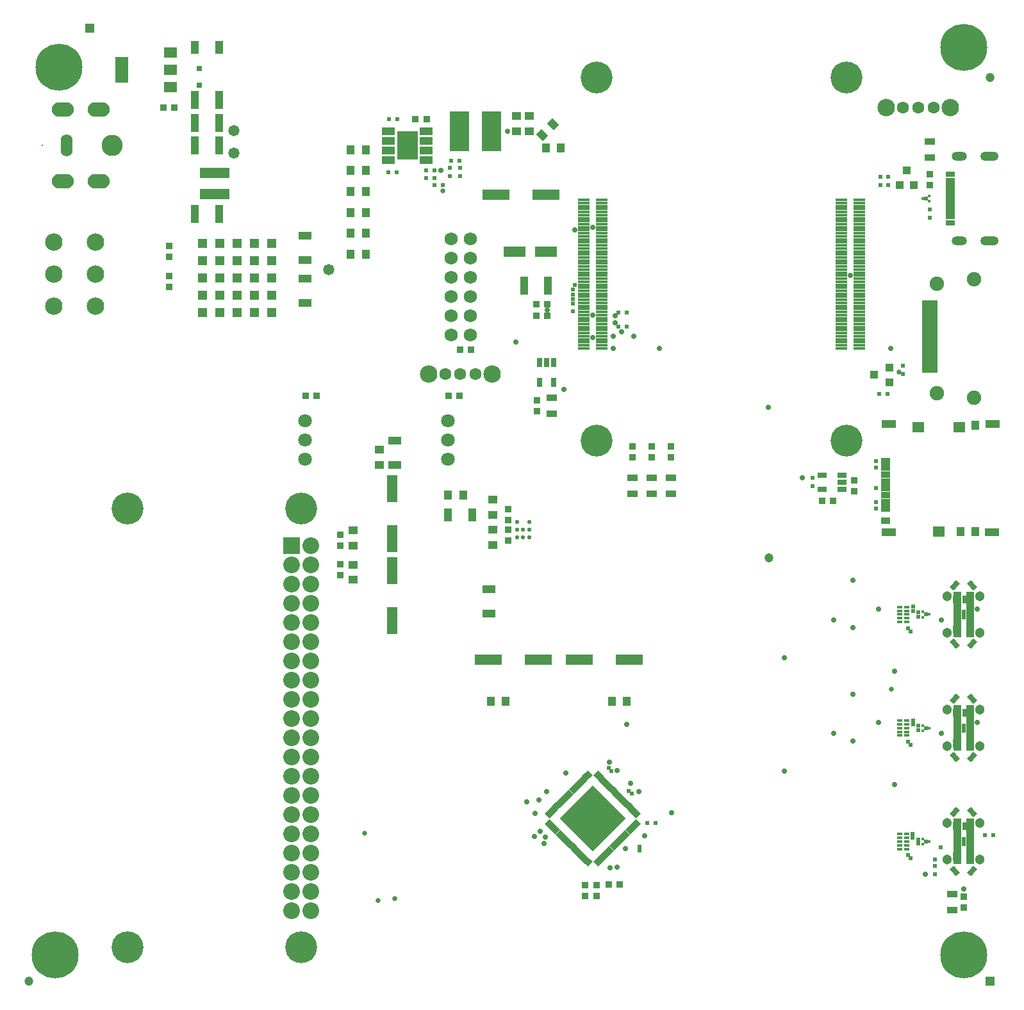
<source format=gbr>
%TF.GenerationSoftware,Altium Limited,Altium Designer,22.1.2 (22)*%
G04 Layer_Color=8388736*
%FSLAX26Y26*%
%MOIN*%
%TF.SameCoordinates,747B8C89-0A35-4E4D-912B-25F4ADAE1177*%
%TF.FilePolarity,Negative*%
%TF.FileFunction,Soldermask,Top*%
%TF.Part,Single*%
G01*
G75*
%TA.AperFunction,SMDPad,CuDef*%
%ADD13R,0.023622X0.023622*%
%ADD14R,0.035433X0.033465*%
%ADD15R,0.033465X0.035433*%
%ADD16R,0.023622X0.023622*%
%ADD32R,0.070866X0.039370*%
%ADD33R,0.039370X0.070866*%
%ADD34R,0.055118X0.035433*%
%ADD48R,0.043307X0.094488*%
%ADD51R,0.049213X0.039370*%
%ADD53R,0.039370X0.049213*%
G04:AMPARAMS|DCode=54|XSize=39.37mil|YSize=49.213mil|CornerRadius=0mil|HoleSize=0mil|Usage=FLASHONLY|Rotation=45.000|XOffset=0mil|YOffset=0mil|HoleType=Round|Shape=Rectangle|*
%AMROTATEDRECTD54*
4,1,4,0.003480,-0.031319,-0.031319,0.003480,-0.003480,0.031319,0.031319,-0.003480,0.003480,-0.031319,0.0*
%
%ADD54ROTATEDRECTD54*%

%TA.AperFunction,FiducialPad,Global*%
%ADD108C,0.047370*%
%ADD109R,0.047370X0.047370*%
%TA.AperFunction,ComponentPad*%
%ADD110C,0.063118*%
%ADD111C,0.090677*%
%ADD112C,0.165480*%
%ADD113R,0.086740X0.086740*%
%ADD114C,0.086740*%
%ADD115C,0.068000*%
%ADD116O,0.114299X0.074929*%
%ADD117C,0.008000*%
%ADD118O,0.063118X0.114299*%
%ADD119C,0.110362*%
%ADD120C,0.070992*%
%ADD121C,0.244220*%
%ADD122C,0.074929*%
%ADD123O,0.078866X0.047370*%
%ADD124O,0.094614X0.047370*%
%ADD125C,0.051307*%
%TA.AperFunction,ViaPad*%
%ADD126C,0.025716*%
%ADD127C,0.047370*%
%ADD128C,0.035559*%
%ADD129C,0.023748*%
%ADD130C,0.027685*%
%ADD131C,0.058000*%
%TA.AperFunction,SMDPad,CuDef*%
%ADD145R,0.039496X0.043433*%
%ADD146R,0.070992X0.137921*%
%ADD147R,0.070992X0.055244*%
%ADD148R,0.060236X0.011811*%
%ADD149R,0.100520X0.208787*%
%ADD150R,0.153669X0.055244*%
%ADD151R,0.051307X0.031622*%
%ADD152R,0.031622X0.051307*%
%ADD153R,0.043433X0.039496*%
%ADD154P,0.345380X4X270.0*%
G04:AMPARAMS|DCode=155|XSize=19.024mil|YSize=35.165mil|CornerRadius=0mil|HoleSize=0mil|Usage=FLASHONLY|Rotation=315.000|XOffset=0mil|YOffset=0mil|HoleType=Round|Shape=Rectangle|*
%AMROTATEDRECTD155*
4,1,4,-0.019159,-0.005707,0.005707,0.019159,0.019159,0.005707,-0.005707,-0.019159,-0.019159,-0.005707,0.0*
%
%ADD155ROTATEDRECTD155*%

G04:AMPARAMS|DCode=156|XSize=19.024mil|YSize=35.165mil|CornerRadius=0mil|HoleSize=0mil|Usage=FLASHONLY|Rotation=45.000|XOffset=0mil|YOffset=0mil|HoleType=Round|Shape=Rectangle|*
%AMROTATEDRECTD156*
4,1,4,0.005707,-0.019159,-0.019159,0.005707,-0.005707,0.019159,0.019159,-0.005707,0.005707,-0.019159,0.0*
%
%ADD156ROTATEDRECTD156*%

%TA.AperFunction,BGAPad,CuDef*%
%ADD157C,0.021779*%
%TA.AperFunction,SMDPad,CuDef*%
%ADD158R,0.067055X0.039496*%
%ADD159R,0.110362X0.145795*%
%TA.AperFunction,BGAPad,CuDef*%
%ADD160R,0.049732X0.049732*%
%TA.AperFunction,SMDPad,CuDef*%
%ADD161R,0.015748X0.015748*%
%ADD162R,0.026701X0.015874*%
%ADD163R,0.025716X0.031228*%
%ADD164R,0.063118X0.052488*%
%ADD165R,0.041465X0.047370*%
%ADD166R,0.074929X0.043433*%
%ADD167R,0.047370X0.033591*%
%ADD168R,0.082803X0.019811*%
%TA.AperFunction,ConnectorPad*%
%ADD169R,0.051307X0.019811*%
%ADD170R,0.051307X0.031622*%
%TA.AperFunction,SMDPad,CuDef*%
%ADD171R,0.041465X0.019811*%
G04:AMPARAMS|DCode=172|XSize=27.685mil|YSize=48.551mil|CornerRadius=0mil|HoleSize=0mil|Usage=FLASHONLY|Rotation=220.000|XOffset=0mil|YOffset=0mil|HoleType=Round|Shape=Rectangle|*
%AMROTATEDRECTD172*
4,1,4,-0.005000,0.027494,0.026208,-0.009698,0.005000,-0.027494,-0.026208,0.009698,-0.005000,0.027494,0.0*
%
%ADD172ROTATEDRECTD172*%

G04:AMPARAMS|DCode=173|XSize=27.685mil|YSize=48.551mil|CornerRadius=0mil|HoleSize=0mil|Usage=FLASHONLY|Rotation=320.000|XOffset=0mil|YOffset=0mil|HoleType=Round|Shape=Rectangle|*
%AMROTATEDRECTD173*
4,1,4,-0.026208,-0.009698,0.005000,0.027494,0.026208,0.009698,-0.005000,-0.027494,-0.026208,-0.009698,0.0*
%
%ADD173ROTATEDRECTD173*%

%ADD174R,0.118236X0.055244*%
%ADD175R,0.141858X0.055244*%
%ADD176R,0.055244X0.141858*%
D13*
X5511811Y5230315D02*
D03*
Y5187008D02*
D03*
X5472441D02*
D03*
Y5230315D02*
D03*
X5728346Y5017717D02*
D03*
Y5061024D02*
D03*
X5118110Y3620079D02*
D03*
Y3663386D02*
D03*
X5755905Y1643701D02*
D03*
Y1600394D02*
D03*
X5589370Y4246654D02*
D03*
Y4203346D02*
D03*
X3287402Y5277559D02*
D03*
Y5234252D02*
D03*
X3232284Y5277559D02*
D03*
Y5234252D02*
D03*
D14*
X5728346Y5187992D02*
D03*
Y5245079D02*
D03*
X4382480Y3827756D02*
D03*
Y3770669D02*
D03*
X4282480Y3827756D02*
D03*
Y3770669D02*
D03*
X3686220Y4067323D02*
D03*
Y4010236D02*
D03*
X4182480Y3770669D02*
D03*
Y3827756D02*
D03*
X3937008Y1487205D02*
D03*
Y1544291D02*
D03*
X3996063D02*
D03*
Y1487205D02*
D03*
X5905512Y1485236D02*
D03*
Y1428150D02*
D03*
X1771653Y4656496D02*
D03*
Y4713583D02*
D03*
Y4813976D02*
D03*
Y4871063D02*
D03*
X5334646Y3593504D02*
D03*
Y3650590D02*
D03*
X2661417Y3213583D02*
D03*
Y3156496D02*
D03*
Y3310039D02*
D03*
Y3367126D02*
D03*
X3535433Y3443898D02*
D03*
Y3500984D02*
D03*
Y3393701D02*
D03*
Y3336614D02*
D03*
D15*
X3286417Y4330709D02*
D03*
X3343504D02*
D03*
X4058071Y1547244D02*
D03*
X4115158D02*
D03*
X3054134Y5531496D02*
D03*
X3111220D02*
D03*
X1743110Y5590551D02*
D03*
X1800197D02*
D03*
X5168307Y3543307D02*
D03*
X5225394D02*
D03*
X3739173Y4507874D02*
D03*
X3682087D02*
D03*
X3739173Y4566929D02*
D03*
X3682087D02*
D03*
X3227362Y4090551D02*
D03*
X3284449D02*
D03*
X2483268D02*
D03*
X2540354D02*
D03*
D16*
X4154134Y4450000D02*
D03*
X4110827D02*
D03*
X4154134Y4525000D02*
D03*
X4110827D02*
D03*
X4301181Y1866142D02*
D03*
X4257874D02*
D03*
X6017717Y1803150D02*
D03*
X6061024D02*
D03*
X3151575Y5224409D02*
D03*
X3108268D02*
D03*
X3281496Y5314961D02*
D03*
X3238189D02*
D03*
X3108268Y5263779D02*
D03*
X3151575D02*
D03*
X5511024Y4100000D02*
D03*
X5467717D02*
D03*
X2911417Y5255905D02*
D03*
X2954724D02*
D03*
X3194882Y5188976D02*
D03*
X3151575D02*
D03*
X2958661Y5531496D02*
D03*
X2915354D02*
D03*
D32*
X3435039Y2958661D02*
D03*
Y3084646D02*
D03*
X2944882Y3858268D02*
D03*
Y3732284D02*
D03*
X2480315Y4799213D02*
D03*
Y4925197D02*
D03*
X2480315Y4700787D02*
D03*
Y4574803D02*
D03*
D33*
X3350394Y3472441D02*
D03*
X3224410D02*
D03*
X2031496Y5905512D02*
D03*
X1905512D02*
D03*
D34*
X5728346Y5415354D02*
D03*
Y5332677D02*
D03*
X4382480Y3580709D02*
D03*
Y3663386D02*
D03*
X4282480Y3580709D02*
D03*
Y3663386D02*
D03*
X3761220Y4080118D02*
D03*
Y3997441D02*
D03*
X4182480Y3580709D02*
D03*
Y3663386D02*
D03*
X5846457Y1498032D02*
D03*
Y1415354D02*
D03*
D48*
X3744095Y4665354D02*
D03*
X3618110D02*
D03*
X2031496Y5039370D02*
D03*
X1905512D02*
D03*
X2031496Y5393701D02*
D03*
X1905512D02*
D03*
X2031496Y5511811D02*
D03*
X1905512D02*
D03*
X2031496Y5629921D02*
D03*
X1905512D02*
D03*
D51*
X2728347Y3212598D02*
D03*
Y3133858D02*
D03*
X2728346Y3311023D02*
D03*
Y3389764D02*
D03*
X3645669Y5468504D02*
D03*
Y5547244D02*
D03*
X3578740Y5468504D02*
D03*
Y5547244D02*
D03*
X3456693Y3472441D02*
D03*
Y3551181D02*
D03*
Y3393701D02*
D03*
Y3314961D02*
D03*
X2866142Y3732283D02*
D03*
Y3811024D02*
D03*
D53*
X3444882Y2500000D02*
D03*
X3523622D02*
D03*
X4153543D02*
D03*
X4074803D02*
D03*
X2795276Y5370065D02*
D03*
X2716535D02*
D03*
X2795276Y5263766D02*
D03*
X2716535D02*
D03*
X2795276Y5153530D02*
D03*
X2716535D02*
D03*
X2795276Y5043294D02*
D03*
X2716535D02*
D03*
X2795276Y4936995D02*
D03*
X2716535D02*
D03*
X2795276Y4826759D02*
D03*
X2716535D02*
D03*
X3732283Y5381890D02*
D03*
X3811024D02*
D03*
X3224409Y3574803D02*
D03*
X3303150D02*
D03*
D54*
X3712319Y5448539D02*
D03*
X3767996Y5504217D02*
D03*
D108*
X6043307Y5748032D02*
D03*
X1043307Y1043307D02*
D03*
D109*
X1358268Y6003937D02*
D03*
X6043307Y1043307D02*
D03*
D110*
X5748032Y5590551D02*
D03*
X5669291D02*
D03*
X5590551D02*
D03*
X3208661Y4204724D02*
D03*
X3287402D02*
D03*
X3366142D02*
D03*
D111*
X5503937Y5590551D02*
D03*
X5834646D02*
D03*
X3452756Y4204724D02*
D03*
X3122047D02*
D03*
X1171260Y4559055D02*
D03*
Y4724409D02*
D03*
Y4889764D02*
D03*
X1387795Y4559055D02*
D03*
Y4724409D02*
D03*
Y4889764D02*
D03*
D112*
X5295276Y5748032D02*
D03*
X3996063D02*
D03*
X5295276Y3858268D02*
D03*
X3996063D02*
D03*
X2460630Y3503937D02*
D03*
X1555118Y1220472D02*
D03*
X2460630D02*
D03*
X1555118Y3503937D02*
D03*
D113*
X2410866Y3312205D02*
D03*
D114*
X2510866D02*
D03*
X2410866Y3212205D02*
D03*
X2510866D02*
D03*
X2410866Y3112205D02*
D03*
X2510866D02*
D03*
X2410866Y3012205D02*
D03*
X2510866D02*
D03*
X2410866Y2912205D02*
D03*
X2510866D02*
D03*
X2410866Y2812205D02*
D03*
X2510866D02*
D03*
X2410866Y2712205D02*
D03*
X2510866D02*
D03*
X2410866Y2612205D02*
D03*
X2510866D02*
D03*
X2410866Y2512205D02*
D03*
X2510866D02*
D03*
X2410866Y2412205D02*
D03*
X2510866D02*
D03*
X2410866Y2312205D02*
D03*
X2510866D02*
D03*
X2410866Y2212205D02*
D03*
X2510866D02*
D03*
X2410866Y2112205D02*
D03*
X2510866D02*
D03*
X2410866Y2012205D02*
D03*
X2510866D02*
D03*
X2410866Y1912205D02*
D03*
X2510866D02*
D03*
X2410866Y1812205D02*
D03*
X2510866D02*
D03*
X2410866Y1712205D02*
D03*
X2510866D02*
D03*
X2410866Y1612205D02*
D03*
X2510866D02*
D03*
X2410866Y1512205D02*
D03*
X2510866D02*
D03*
X2410866Y1412205D02*
D03*
X2510866D02*
D03*
D115*
X3239961Y4406299D02*
D03*
X3339961D02*
D03*
X3239961Y4506299D02*
D03*
X3339961D02*
D03*
X3239961Y4606299D02*
D03*
X3339961D02*
D03*
X3239961Y4706299D02*
D03*
X3339961D02*
D03*
Y4906299D02*
D03*
X3239961D02*
D03*
Y4806299D02*
D03*
X3339961D02*
D03*
D116*
X1220472Y5206693D02*
D03*
Y5580709D02*
D03*
X1405512D02*
D03*
Y5206693D02*
D03*
D117*
X1112205Y5393701D02*
D03*
D118*
X1240158D02*
D03*
D119*
X1476378D02*
D03*
D120*
X3224409Y3762205D02*
D03*
Y3862205D02*
D03*
Y3962205D02*
D03*
X2480315Y3762205D02*
D03*
Y3862205D02*
D03*
Y3962205D02*
D03*
D121*
X5905512Y5905512D02*
D03*
Y1181102D02*
D03*
X1200000Y5800000D02*
D03*
X1181102Y1181102D02*
D03*
D122*
X5767717Y4675197D02*
D03*
X5960630Y4698819D02*
D03*
X5767717Y4104331D02*
D03*
X5960630Y4080709D02*
D03*
D123*
X5881890Y5339370D02*
D03*
Y4896850D02*
D03*
D124*
X6039370Y5339370D02*
D03*
Y4896850D02*
D03*
D125*
X5990158Y2858268D02*
D03*
Y3047244D02*
D03*
X5820866D02*
D03*
Y2858268D02*
D03*
X5990158Y2267716D02*
D03*
Y2456693D02*
D03*
X5820866D02*
D03*
Y2267716D02*
D03*
X5990158Y1677165D02*
D03*
Y1866142D02*
D03*
X5820866D02*
D03*
Y1677165D02*
D03*
D126*
X5531000Y2563000D02*
D03*
X5568000Y4213000D02*
D03*
X3195000Y5158000D02*
D03*
X2859000Y1466000D02*
D03*
X2790000Y1815000D02*
D03*
X2946000Y1474000D02*
D03*
D127*
X4893000Y3247000D02*
D03*
D128*
X3920700Y1973280D02*
D03*
X3948539Y2001119D02*
D03*
X3976378Y2028958D02*
D03*
X4004217Y2001119D02*
D03*
X3976378Y1973280D02*
D03*
X3948539Y1945441D02*
D03*
X4115572Y1889764D02*
D03*
X4087733Y1861925D02*
D03*
X4059894Y1834086D02*
D03*
X4087733Y1917603D02*
D03*
X4059894Y1889764D02*
D03*
X4032056Y1861925D02*
D03*
X4059894Y1945441D02*
D03*
X4032056Y1917603D02*
D03*
X4004217Y1889764D02*
D03*
X4032056Y1973280D02*
D03*
X4004217Y1945441D02*
D03*
X3976378Y1917603D02*
D03*
X4032056Y1806247D02*
D03*
X4004217Y1778408D02*
D03*
X3976378Y1750570D02*
D03*
X3948539Y1778408D02*
D03*
X3976378Y1806247D02*
D03*
X4004217Y1834086D02*
D03*
X3837184Y1889764D02*
D03*
X3865023Y1917603D02*
D03*
X3892861Y1945441D02*
D03*
X3865023Y1861925D02*
D03*
X3892861Y1889764D02*
D03*
X3920700Y1917603D02*
D03*
X3892861Y1834086D02*
D03*
X3920700Y1861925D02*
D03*
X3948539Y1889764D02*
D03*
X3920700Y1806247D02*
D03*
X3948539Y1834086D02*
D03*
X3976378Y1861925D02*
D03*
D129*
X5860236Y2884252D02*
D03*
Y2863583D02*
D03*
X4162939Y2035992D02*
D03*
X4178220Y2020850D02*
D03*
X3872000Y4596000D02*
D03*
X3873000Y4619000D02*
D03*
X5943558Y1703937D02*
D03*
Y1682205D02*
D03*
X5860236Y2293898D02*
D03*
Y2272441D02*
D03*
X5908331Y3020866D02*
D03*
Y3041732D02*
D03*
Y2430709D02*
D03*
Y2451575D02*
D03*
Y1860827D02*
D03*
Y1839961D02*
D03*
X5860236Y1682205D02*
D03*
Y1703937D02*
D03*
X5863000Y1761024D02*
D03*
Y1782614D02*
D03*
X5930000Y1761614D02*
D03*
Y1782480D02*
D03*
X5863000Y2352165D02*
D03*
Y2373032D02*
D03*
X5930000Y2352165D02*
D03*
Y2373032D02*
D03*
Y2964488D02*
D03*
Y2943780D02*
D03*
X5863000Y2964488D02*
D03*
Y2943780D02*
D03*
X3871877Y4644486D02*
D03*
X3873648Y4569883D02*
D03*
X3871458Y4531705D02*
D03*
X5642204Y2381299D02*
D03*
Y2402165D02*
D03*
X5629331Y1684646D02*
D03*
X5614724Y1699803D02*
D03*
X5629252Y2275276D02*
D03*
X5614803Y2290276D02*
D03*
X5668678Y1760630D02*
D03*
Y1782677D02*
D03*
Y2351968D02*
D03*
Y2372835D02*
D03*
X5860236Y1839961D02*
D03*
Y1860827D02*
D03*
Y2430709D02*
D03*
Y2451575D02*
D03*
X5943558Y2293898D02*
D03*
Y2272441D02*
D03*
X5640000Y1789764D02*
D03*
X5640986Y1812205D02*
D03*
X4220472Y1744685D02*
D03*
Y1724016D02*
D03*
X5668678Y2962795D02*
D03*
Y2941929D02*
D03*
X4072323Y2138307D02*
D03*
X4058780Y2154016D02*
D03*
X5943558Y2863583D02*
D03*
Y2884252D02*
D03*
X5860236Y3041732D02*
D03*
Y3020866D02*
D03*
X5614724Y2880905D02*
D03*
X5629331Y2865748D02*
D03*
X5642204Y2993110D02*
D03*
Y2972244D02*
D03*
X5755905Y1677165D02*
D03*
X5787402Y1740158D02*
D03*
X3881890Y4669291D02*
D03*
X5448819Y3751968D02*
D03*
Y3716535D02*
D03*
Y3610236D02*
D03*
Y3539370D02*
D03*
Y3503937D02*
D03*
X5708661Y1771653D02*
D03*
Y2952756D02*
D03*
Y2362205D02*
D03*
Y5118110D02*
D03*
X5905512Y1771653D02*
D03*
Y1757874D02*
D03*
Y1785433D02*
D03*
Y2952756D02*
D03*
Y2938976D02*
D03*
Y2966535D02*
D03*
Y2375984D02*
D03*
Y2348425D02*
D03*
Y2362205D02*
D03*
D130*
X3672000Y1798000D02*
D03*
X4246000Y1801000D02*
D03*
X5231000Y2923551D02*
D03*
Y2333000D02*
D03*
X3531496Y5468504D02*
D03*
X3185039Y5263779D02*
D03*
X3701772Y1822835D02*
D03*
X5314961Y4716535D02*
D03*
X5527559Y4338583D02*
D03*
X5905512Y1523622D02*
D03*
X5704724Y1602362D02*
D03*
X5066929Y3665354D02*
D03*
X4889764Y4031496D02*
D03*
X3881890Y4952756D02*
D03*
X3739173Y4537402D02*
D03*
X3574803Y4370079D02*
D03*
X4127134Y4423000D02*
D03*
X3826772Y4125984D02*
D03*
X3976378Y4393701D02*
D03*
X4385827Y1921260D02*
D03*
X5330709Y2295276D02*
D03*
Y2885827D02*
D03*
Y3129921D02*
D03*
Y2539370D02*
D03*
X5547244Y2066929D02*
D03*
X4972441Y2137795D02*
D03*
Y2728347D02*
D03*
X5547244Y2657480D02*
D03*
X4082677Y4338583D02*
D03*
X4322835D02*
D03*
X4082677Y4401575D02*
D03*
X4188976D02*
D03*
X4153543Y2381890D02*
D03*
X3631890Y1978347D02*
D03*
X3677165Y1917323D02*
D03*
X3728347Y1795276D02*
D03*
X3724078Y1762205D02*
D03*
X4066929Y1632953D02*
D03*
X4146000Y1734000D02*
D03*
X3834900Y2128144D02*
D03*
X3737464Y2030708D02*
D03*
X3695706Y1988950D02*
D03*
X4103936Y1637464D02*
D03*
X4214758Y2031242D02*
D03*
X4061645Y2184355D02*
D03*
X4103403Y2142597D02*
D03*
X4173000Y2073000D02*
D03*
X5788000Y2924102D02*
D03*
X5975000Y2982102D02*
D03*
X5464000Y2982551D02*
D03*
Y2392000D02*
D03*
X4092056Y4506229D02*
D03*
X4091413Y4469413D02*
D03*
X3977000Y4512000D02*
D03*
X3976000Y4968000D02*
D03*
X5975000Y2391551D02*
D03*
X5788000Y2333551D02*
D03*
D131*
X2602000Y4749000D02*
D03*
X2110236Y5472441D02*
D03*
Y5354331D02*
D03*
D145*
X5572835Y5187008D02*
D03*
X5647638D02*
D03*
X5610236Y5265748D02*
D03*
D146*
X1527559Y5787402D02*
D03*
D147*
X1779528Y5877953D02*
D03*
Y5787402D02*
D03*
Y5696850D02*
D03*
D148*
X5268110Y4716535D02*
D03*
Y4700788D02*
D03*
Y4685039D02*
D03*
Y4669291D02*
D03*
Y4653543D02*
D03*
Y4637795D02*
D03*
Y4622047D02*
D03*
Y4606299D02*
D03*
Y4590551D02*
D03*
Y4574803D02*
D03*
Y4559055D02*
D03*
Y4543307D02*
D03*
Y4527559D02*
D03*
Y4511811D02*
D03*
Y4496063D02*
D03*
Y4480315D02*
D03*
Y4464567D02*
D03*
Y4448819D02*
D03*
Y4433071D02*
D03*
Y4417323D02*
D03*
Y4401575D02*
D03*
Y4385827D02*
D03*
Y4370079D02*
D03*
Y4354331D02*
D03*
Y4338583D02*
D03*
Y5110236D02*
D03*
Y5094488D02*
D03*
Y5078740D02*
D03*
Y5062992D02*
D03*
Y5047244D02*
D03*
Y5031496D02*
D03*
Y5015748D02*
D03*
Y5000000D02*
D03*
Y4984252D02*
D03*
Y4968504D02*
D03*
Y4952756D02*
D03*
Y4937008D02*
D03*
Y4921260D02*
D03*
Y4905512D02*
D03*
Y4889764D02*
D03*
Y4874016D02*
D03*
Y4858268D02*
D03*
Y4842520D02*
D03*
Y4826772D02*
D03*
Y4811024D02*
D03*
Y4795276D02*
D03*
Y4779528D02*
D03*
Y4763780D02*
D03*
Y4748032D02*
D03*
Y4732283D02*
D03*
X5361811Y4716535D02*
D03*
Y4700788D02*
D03*
Y4685039D02*
D03*
Y4669291D02*
D03*
Y4653543D02*
D03*
Y4637795D02*
D03*
Y4622047D02*
D03*
Y4606299D02*
D03*
Y4590551D02*
D03*
Y4574803D02*
D03*
Y4559055D02*
D03*
Y4543307D02*
D03*
Y4527559D02*
D03*
Y4511811D02*
D03*
Y4496063D02*
D03*
Y4480315D02*
D03*
Y4464567D02*
D03*
Y4448819D02*
D03*
Y4433071D02*
D03*
Y4417323D02*
D03*
Y4401575D02*
D03*
Y4385827D02*
D03*
Y4370079D02*
D03*
Y4354331D02*
D03*
Y4338583D02*
D03*
Y5110236D02*
D03*
Y5094488D02*
D03*
Y5078740D02*
D03*
Y5062992D02*
D03*
Y5047244D02*
D03*
Y5031496D02*
D03*
Y5015748D02*
D03*
Y5000000D02*
D03*
Y4984252D02*
D03*
Y4968504D02*
D03*
Y4952756D02*
D03*
Y4937008D02*
D03*
Y4921260D02*
D03*
Y4905512D02*
D03*
Y4889764D02*
D03*
Y4874016D02*
D03*
Y4858268D02*
D03*
Y4842520D02*
D03*
Y4826772D02*
D03*
Y4811024D02*
D03*
Y4795276D02*
D03*
Y4779528D02*
D03*
Y4763780D02*
D03*
Y4748032D02*
D03*
Y4732283D02*
D03*
X4023228D02*
D03*
Y4748032D02*
D03*
Y4763780D02*
D03*
Y4779528D02*
D03*
Y4795276D02*
D03*
Y4811024D02*
D03*
Y4826772D02*
D03*
Y4842520D02*
D03*
Y4858268D02*
D03*
Y4874016D02*
D03*
Y4889764D02*
D03*
Y4905512D02*
D03*
Y4921260D02*
D03*
Y4937008D02*
D03*
Y4952756D02*
D03*
Y4968504D02*
D03*
Y4984252D02*
D03*
Y5000000D02*
D03*
Y5015748D02*
D03*
Y5031496D02*
D03*
Y5047244D02*
D03*
Y5062992D02*
D03*
Y5078740D02*
D03*
Y5094488D02*
D03*
Y5110236D02*
D03*
Y4338583D02*
D03*
Y4354331D02*
D03*
Y4370079D02*
D03*
Y4385827D02*
D03*
Y4401575D02*
D03*
Y4417323D02*
D03*
Y4433071D02*
D03*
Y4448819D02*
D03*
Y4464567D02*
D03*
Y4480315D02*
D03*
Y4496063D02*
D03*
Y4511811D02*
D03*
Y4527559D02*
D03*
Y4543307D02*
D03*
Y4559055D02*
D03*
Y4574803D02*
D03*
Y4590551D02*
D03*
Y4606299D02*
D03*
Y4622047D02*
D03*
Y4637795D02*
D03*
Y4653543D02*
D03*
Y4669291D02*
D03*
Y4685039D02*
D03*
Y4700788D02*
D03*
Y4716535D02*
D03*
X3929528Y4732283D02*
D03*
Y4748032D02*
D03*
Y4763780D02*
D03*
Y4779528D02*
D03*
Y4795276D02*
D03*
Y4811024D02*
D03*
Y4826772D02*
D03*
Y4842520D02*
D03*
Y4858268D02*
D03*
Y4874016D02*
D03*
Y4889764D02*
D03*
Y4905512D02*
D03*
Y4921260D02*
D03*
Y4937008D02*
D03*
Y4952756D02*
D03*
Y4968504D02*
D03*
Y4984252D02*
D03*
Y5000000D02*
D03*
Y5015748D02*
D03*
Y5031496D02*
D03*
Y5047244D02*
D03*
Y5062992D02*
D03*
Y5078740D02*
D03*
Y5094488D02*
D03*
Y5110236D02*
D03*
Y4338583D02*
D03*
Y4354331D02*
D03*
Y4370079D02*
D03*
Y4385827D02*
D03*
Y4401575D02*
D03*
Y4417323D02*
D03*
Y4433071D02*
D03*
Y4448819D02*
D03*
Y4464567D02*
D03*
Y4480315D02*
D03*
Y4496063D02*
D03*
Y4511811D02*
D03*
Y4527559D02*
D03*
Y4543307D02*
D03*
Y4559055D02*
D03*
Y4574803D02*
D03*
Y4590551D02*
D03*
Y4606299D02*
D03*
Y4622047D02*
D03*
Y4637795D02*
D03*
Y4653543D02*
D03*
Y4669291D02*
D03*
Y4685039D02*
D03*
Y4700788D02*
D03*
Y4716535D02*
D03*
D149*
X3284449Y5468504D02*
D03*
X3447835D02*
D03*
D150*
X2007874Y5251968D02*
D03*
Y5141732D02*
D03*
D151*
X5271654Y3679134D02*
D03*
Y3641732D02*
D03*
X5169291Y3604331D02*
D03*
Y3679134D02*
D03*
X5271654Y3604331D02*
D03*
D152*
X3698819Y4264961D02*
D03*
X3736220D02*
D03*
X3773622Y4162598D02*
D03*
X3698819D02*
D03*
X3773622Y4264961D02*
D03*
D153*
X5518110Y4162598D02*
D03*
Y4237402D02*
D03*
X5439370Y4200000D02*
D03*
D154*
X3976378Y1889764D02*
D03*
D155*
X4109309Y2008775D02*
D03*
X4123228Y1994855D02*
D03*
X4137147Y1980936D02*
D03*
X4151067Y1967017D02*
D03*
X4164986Y1953097D02*
D03*
X4178906Y1939178D02*
D03*
X4192825Y1925258D02*
D03*
X4206744Y1911339D02*
D03*
X4095389Y2022694D02*
D03*
X4081470Y2036614D02*
D03*
X4067550Y2050533D02*
D03*
X4053631Y2064453D02*
D03*
X4039711Y2078372D02*
D03*
X4025792Y2092291D02*
D03*
X4011872Y2106211D02*
D03*
X3997953Y2120130D02*
D03*
X3843448Y1770753D02*
D03*
X3829528Y1784672D02*
D03*
X3815609Y1798592D02*
D03*
X3801689Y1812511D02*
D03*
X3787770Y1826430D02*
D03*
X3773850Y1840350D02*
D03*
X3759931Y1854269D02*
D03*
X3746012Y1868189D02*
D03*
X3857367Y1756833D02*
D03*
X3871286Y1742914D02*
D03*
X3885206Y1728994D02*
D03*
X3899125Y1715075D02*
D03*
X3913045Y1701156D02*
D03*
X3926964Y1687236D02*
D03*
X3940883Y1673317D02*
D03*
X3954803Y1659397D02*
D03*
D156*
X3857367Y2022694D02*
D03*
X3871286Y2036614D02*
D03*
X3885206Y2050533D02*
D03*
X3899125Y2064453D02*
D03*
X3913045Y2078372D02*
D03*
X3926964Y2092291D02*
D03*
X3940883Y2106211D02*
D03*
X3954803Y2120130D02*
D03*
X3843448Y2008775D02*
D03*
X3829528Y1994855D02*
D03*
X3815609Y1980936D02*
D03*
X3801689Y1967017D02*
D03*
X3787770Y1953097D02*
D03*
X3773850Y1939178D02*
D03*
X3759931Y1925258D02*
D03*
X3746012Y1911339D02*
D03*
X4095389Y1756833D02*
D03*
X4081470Y1742914D02*
D03*
X4067550Y1728994D02*
D03*
X4053631Y1715075D02*
D03*
X4039711Y1701156D02*
D03*
X4025792Y1687236D02*
D03*
X4011872Y1673317D02*
D03*
X3997953Y1659397D02*
D03*
X4109309Y1770753D02*
D03*
X4123228Y1784672D02*
D03*
X4137147Y1798592D02*
D03*
X4151067Y1812511D02*
D03*
X4164986Y1826430D02*
D03*
X4178906Y1840350D02*
D03*
X4192825Y1854269D02*
D03*
X4206744Y1868189D02*
D03*
D157*
X3645669Y3433071D02*
D03*
Y3393701D02*
D03*
Y3354331D02*
D03*
X3582677Y3433071D02*
D03*
Y3393701D02*
D03*
Y3354331D02*
D03*
X3614173D02*
D03*
Y3393701D02*
D03*
D158*
X3110236Y5468701D02*
D03*
Y5418701D02*
D03*
Y5318701D02*
D03*
Y5368701D02*
D03*
X2913386D02*
D03*
Y5318701D02*
D03*
Y5418701D02*
D03*
Y5468701D02*
D03*
D159*
X3011811Y5393701D02*
D03*
D160*
X2216142Y4524409D02*
D03*
X2306299D02*
D03*
X1945669D02*
D03*
X2035827D02*
D03*
X2125984D02*
D03*
X2216142Y4614567D02*
D03*
X2306299D02*
D03*
X1945669D02*
D03*
X2035827D02*
D03*
X2125984D02*
D03*
Y4704724D02*
D03*
X2035827D02*
D03*
X1945669D02*
D03*
X2306299D02*
D03*
X2216142D02*
D03*
X2125984Y4794882D02*
D03*
X2035827D02*
D03*
X1945669D02*
D03*
X2306299D02*
D03*
X2216142D02*
D03*
X2125984Y4885039D02*
D03*
X2035827D02*
D03*
X1945669D02*
D03*
X2306299D02*
D03*
X2216142D02*
D03*
D161*
X5725394Y5104331D02*
D03*
Y5131890D02*
D03*
X5691929Y5118110D02*
D03*
Y2966535D02*
D03*
Y2938976D02*
D03*
X5725394Y2952756D02*
D03*
X5691929Y2375984D02*
D03*
Y2348425D02*
D03*
X5725394Y2362205D02*
D03*
X5691929Y1785433D02*
D03*
Y1757874D02*
D03*
X5725394Y1771653D02*
D03*
D162*
X5609252Y2913386D02*
D03*
Y2933071D02*
D03*
Y2952756D02*
D03*
Y2972441D02*
D03*
Y2992126D02*
D03*
X5571850D02*
D03*
Y2972441D02*
D03*
Y2952756D02*
D03*
Y2933071D02*
D03*
Y2913386D02*
D03*
X5609252Y2322835D02*
D03*
Y2342520D02*
D03*
Y2362205D02*
D03*
Y2381890D02*
D03*
Y2401575D02*
D03*
X5571850D02*
D03*
Y2381890D02*
D03*
Y2362205D02*
D03*
Y2342520D02*
D03*
Y2322835D02*
D03*
X5609252Y1732283D02*
D03*
Y1751968D02*
D03*
Y1771653D02*
D03*
Y1791339D02*
D03*
Y1811024D02*
D03*
X5571850D02*
D03*
Y1791339D02*
D03*
Y1771653D02*
D03*
Y1751968D02*
D03*
Y1732283D02*
D03*
D163*
X1929134Y5708661D02*
D03*
Y5793307D02*
D03*
D164*
X5882874Y3927165D02*
D03*
X5668307D02*
D03*
X5774606Y3383858D02*
D03*
D165*
X5890748Y3385827D02*
D03*
X5966732D02*
D03*
Y3937008D02*
D03*
D166*
X6054492Y3944016D02*
D03*
X6054134Y3381009D02*
D03*
X5514764Y3942913D02*
D03*
Y3379921D02*
D03*
D167*
X5500000Y3503937D02*
D03*
Y3751968D02*
D03*
Y3716535D02*
D03*
Y3681102D02*
D03*
Y3645669D02*
D03*
Y3610236D02*
D03*
Y3574803D02*
D03*
Y3539370D02*
D03*
Y3440157D02*
D03*
D168*
X5728346Y4379921D02*
D03*
Y4360236D02*
D03*
Y4340551D02*
D03*
Y4301181D02*
D03*
Y4261811D02*
D03*
Y4320866D02*
D03*
Y4281496D02*
D03*
Y4242126D02*
D03*
Y4222441D02*
D03*
Y4399606D02*
D03*
Y4419291D02*
D03*
Y4438976D02*
D03*
Y4478346D02*
D03*
Y4517717D02*
D03*
Y4458661D02*
D03*
Y4498032D02*
D03*
Y4537402D02*
D03*
Y4557087D02*
D03*
Y4576772D02*
D03*
D169*
X5836614Y5187008D02*
D03*
Y5167323D02*
D03*
Y5147638D02*
D03*
Y5127953D02*
D03*
Y5108268D02*
D03*
Y5088583D02*
D03*
Y5068898D02*
D03*
Y5049213D02*
D03*
D170*
Y4992126D02*
D03*
Y5023622D02*
D03*
Y5244095D02*
D03*
Y5212598D02*
D03*
D171*
X5872835Y2844488D02*
D03*
Y2864173D02*
D03*
Y2883858D02*
D03*
Y2903543D02*
D03*
Y2923228D02*
D03*
Y2942913D02*
D03*
Y2962598D02*
D03*
Y2982284D02*
D03*
Y3001968D02*
D03*
Y3021653D02*
D03*
Y3041339D02*
D03*
Y3061024D02*
D03*
X5938189D02*
D03*
Y3041339D02*
D03*
Y3021653D02*
D03*
Y3001968D02*
D03*
Y2982284D02*
D03*
Y2962598D02*
D03*
Y2942913D02*
D03*
Y2923228D02*
D03*
Y2903543D02*
D03*
Y2883858D02*
D03*
Y2864173D02*
D03*
Y2844488D02*
D03*
X5872835Y2253937D02*
D03*
Y2273622D02*
D03*
Y2293307D02*
D03*
Y2312992D02*
D03*
Y2332677D02*
D03*
Y2352362D02*
D03*
Y2372047D02*
D03*
Y2391732D02*
D03*
Y2411417D02*
D03*
Y2431102D02*
D03*
Y2450787D02*
D03*
Y2470472D02*
D03*
X5938189D02*
D03*
Y2450787D02*
D03*
Y2431102D02*
D03*
Y2411417D02*
D03*
Y2391732D02*
D03*
Y2372047D02*
D03*
Y2352362D02*
D03*
Y2332677D02*
D03*
Y2312992D02*
D03*
Y2293307D02*
D03*
Y2273622D02*
D03*
Y2253937D02*
D03*
X5872835Y1663386D02*
D03*
Y1683071D02*
D03*
Y1702756D02*
D03*
Y1722441D02*
D03*
Y1742126D02*
D03*
Y1761811D02*
D03*
Y1781496D02*
D03*
Y1801181D02*
D03*
Y1820866D02*
D03*
Y1840551D02*
D03*
Y1860236D02*
D03*
Y1879921D02*
D03*
X5938189D02*
D03*
Y1860236D02*
D03*
Y1840551D02*
D03*
Y1820866D02*
D03*
Y1801181D02*
D03*
Y1781496D02*
D03*
Y1761811D02*
D03*
Y1742126D02*
D03*
Y1722441D02*
D03*
Y1702756D02*
D03*
Y1683071D02*
D03*
Y1663386D02*
D03*
D172*
X5950197Y3105512D02*
D03*
X5860827Y2800000D02*
D03*
X5950197Y2514961D02*
D03*
X5860827Y2209449D02*
D03*
X5950197Y1924409D02*
D03*
X5860827Y1618898D02*
D03*
D173*
Y3105512D02*
D03*
X5950197Y2800000D02*
D03*
X5860827Y2514961D02*
D03*
X5950197Y2209449D02*
D03*
X5860827Y1924409D02*
D03*
X5950197Y1618898D02*
D03*
D174*
X3568898Y4842520D02*
D03*
X3734252D02*
D03*
D175*
X3732284Y5137795D02*
D03*
X3472441D02*
D03*
X3433071Y2716535D02*
D03*
X3692913D02*
D03*
X4165354D02*
D03*
X3905512D02*
D03*
D176*
X2933661Y3181102D02*
D03*
Y2921260D02*
D03*
Y3346260D02*
D03*
Y3606102D02*
D03*
%TF.MD5,c1c57a72bc5b112a934178fdb97e9206*%
M02*

</source>
